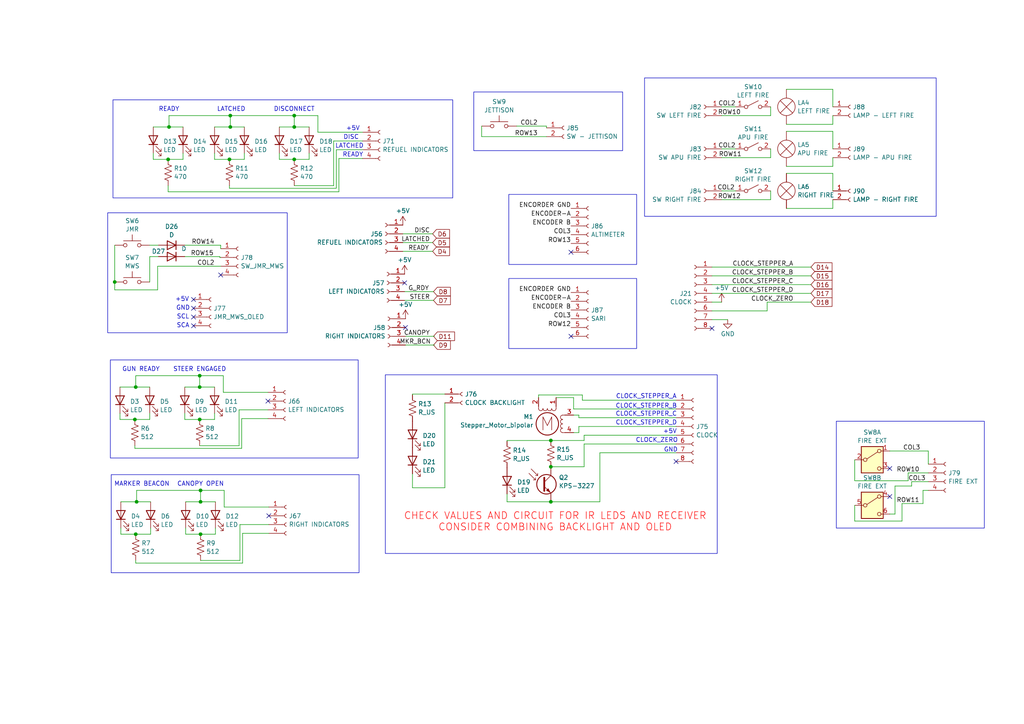
<source format=kicad_sch>
(kicad_sch (version 20231120) (generator "eeschema") (generator_version "8.0")
  (paper "A4")
  (lib_symbols
    (symbol "Connector:Conn_01x02_Socket" (pin_names (offset 1.016) hide)
      (property "Reference" "J" (at 0 2.54 0))
      (property "Value" "Conn_01x02_Socket" (at 0 -5.08 0))
      (symbol "Conn_01x02_Socket_1_1"
        (arc (start 0 -2.032) (mid -0.5058 -2.54) (end 0 -3.048) (stroke (width 0.1524)))
        (polyline (pts (xy -1.27 -2.54) (xy -0.508 -2.54)) (stroke (width 0.1524)))
        (polyline (pts (xy -1.27 0) (xy -0.508 0)) (stroke (width 0.1524)))
        (arc (start 0 0.508) (mid -0.5058 0) (end 0 -0.508) (stroke (width 0.1524)))
        (pin passive line (at -5.08 0 0) (length 3.81) (name "Pin_1") (number "1"))
        (pin passive line (at -5.08 -2.54 0) (length 3.81) (name "Pin_2") (number "2"))
      )
    )
    (symbol "Connector:Conn_01x04_Socket" (pin_names (offset 1.016) hide)
      (property "Reference" "J" (at 0 5.08 0))
      (property "Value" "Conn_01x04_Socket" (at 0 -7.62 0))
      (symbol "Conn_01x04_Socket_1_1"
        (arc (start 0 -4.572) (mid -0.5058 -5.08) (end 0 -5.588) (stroke (width 0.1524)))
        (arc (start 0 -2.032) (mid -0.5058 -2.54) (end 0 -3.048) (stroke (width 0.1524)))
        (polyline (pts (xy -1.27 -5.08) (xy -0.508 -5.08)) (stroke (width 0.1524)))
        (polyline (pts (xy -1.27 -2.54) (xy -0.508 -2.54)) (stroke (width 0.1524)))
        (polyline (pts (xy -1.27 0) (xy -0.508 0)) (stroke (width 0.1524)))
        (polyline (pts (xy -1.27 2.54) (xy -0.508 2.54)) (stroke (width 0.1524)))
        (arc (start 0 0.508) (mid -0.5058 0) (end 0 -0.508) (stroke (width 0.1524)))
        (arc (start 0 3.048) (mid -0.5058 2.54) (end 0 2.032) (stroke (width 0.1524)))
        (pin passive line (at -5.08 2.54 0) (length 3.81) (name "Pin_1") (number "1"))
        (pin passive line (at -5.08 0 0) (length 3.81) (name "Pin_2") (number "2"))
        (pin passive line (at -5.08 -2.54 0) (length 3.81) (name "Pin_3") (number "3"))
        (pin passive line (at -5.08 -5.08 0) (length 3.81) (name "Pin_4") (number "4"))
      )
    )
    (symbol "Connector:Conn_01x06_Female" (pin_names (offset 1.016) hide)
      (property "Reference" "J" (at 0 7.62 0))
      (property "Value" "Conn_01x06_Female" (at 0 -10.16 0))
      (symbol "Conn_01x06_Female_1_1"
        (arc (start 0 -7.112) (mid -0.5058 -7.62) (end 0 -8.128) (stroke (width 0.1524)))
        (arc (start 0 -4.572) (mid -0.5058 -5.08) (end 0 -5.588) (stroke (width 0.1524)))
        (arc (start 0 -2.032) (mid -0.5058 -2.54) (end 0 -3.048) (stroke (width 0.1524)))
        (polyline (pts (xy -1.27 -7.62) (xy -0.508 -7.62)) (stroke (width 0.1524)))
        (polyline (pts (xy -1.27 -5.08) (xy -0.508 -5.08)) (stroke (width 0.1524)))
        (polyline (pts (xy -1.27 -2.54) (xy -0.508 -2.54)) (stroke (width 0.1524)))
        (polyline (pts (xy -1.27 0) (xy -0.508 0)) (stroke (width 0.1524)))
        (polyline (pts (xy -1.27 2.54) (xy -0.508 2.54)) (stroke (width 0.1524)))
        (polyline (pts (xy -1.27 5.08) (xy -0.508 5.08)) (stroke (width 0.1524)))
        (arc (start 0 0.508) (mid -0.5058 0) (end 0 -0.508) (stroke (width 0.1524)))
        (arc (start 0 3.048) (mid -0.5058 2.54) (end 0 2.032) (stroke (width 0.1524)))
        (arc (start 0 5.588) (mid -0.5058 5.08) (end 0 4.572) (stroke (width 0.1524)))
        (pin passive line (at -5.08 5.08 0) (length 3.81) (name "Pin_1") (number "1"))
        (pin passive line (at -5.08 2.54 0) (length 3.81) (name "Pin_2") (number "2"))
        (pin passive line (at -5.08 0 0) (length 3.81) (name "Pin_3") (number "3"))
        (pin passive line (at -5.08 -2.54 0) (length 3.81) (name "Pin_4") (number "4"))
        (pin passive line (at -5.08 -5.08 0) (length 3.81) (name "Pin_5") (number "5"))
        (pin passive line (at -5.08 -7.62 0) (length 3.81) (name "Pin_6") (number "6"))
      )
    )
    (symbol "Connector:Conn_01x08_Socket" (pin_names (offset 1.016) hide)
      (property "Reference" "J" (at 0 10.16 0))
      (property "Value" "Conn_01x08_Socket" (at 0 -12.7 0))
      (symbol "Conn_01x08_Socket_1_1"
        (arc (start 0 -9.652) (mid -0.5058 -10.16) (end 0 -10.668) (stroke (width 0.1524)))
        (arc (start 0 -7.112) (mid -0.5058 -7.62) (end 0 -8.128) (stroke (width 0.1524)))
        (arc (start 0 -4.572) (mid -0.5058 -5.08) (end 0 -5.588) (stroke (width 0.1524)))
        (arc (start 0 -2.032) (mid -0.5058 -2.54) (end 0 -3.048) (stroke (width 0.1524)))
        (polyline (pts (xy -1.27 -10.16) (xy -0.508 -10.16)) (stroke (width 0.1524)))
        (polyline (pts (xy -1.27 -7.62) (xy -0.508 -7.62)) (stroke (width 0.1524)))
        (polyline (pts (xy -1.27 -5.08) (xy -0.508 -5.08)) (stroke (width 0.1524)))
        (polyline (pts (xy -1.27 -2.54) (xy -0.508 -2.54)) (stroke (width 0.1524)))
        (polyline (pts (xy -1.27 0) (xy -0.508 0)) (stroke (width 0.1524)))
        (polyline (pts (xy -1.27 2.54) (xy -0.508 2.54)) (stroke (width 0.1524)))
        (polyline (pts (xy -1.27 5.08) (xy -0.508 5.08)) (stroke (width 0.1524)))
        (polyline (pts (xy -1.27 7.62) (xy -0.508 7.62)) (stroke (width 0.1524)))
        (arc (start 0 0.508) (mid -0.5058 0) (end 0 -0.508) (stroke (width 0.1524)))
        (arc (start 0 3.048) (mid -0.5058 2.54) (end 0 2.032) (stroke (width 0.1524)))
        (arc (start 0 5.588) (mid -0.5058 5.08) (end 0 4.572) (stroke (width 0.1524)))
        (arc (start 0 8.128) (mid -0.5058 7.62) (end 0 7.112) (stroke (width 0.1524)))
        (pin passive line (at -5.08 7.62 0) (length 3.81) (name "Pin_1") (number "1"))
        (pin passive line (at -5.08 5.08 0) (length 3.81) (name "Pin_2") (number "2"))
        (pin passive line (at -5.08 2.54 0) (length 3.81) (name "Pin_3") (number "3"))
        (pin passive line (at -5.08 0 0) (length 3.81) (name "Pin_4") (number "4"))
        (pin passive line (at -5.08 -2.54 0) (length 3.81) (name "Pin_5") (number "5"))
        (pin passive line (at -5.08 -5.08 0) (length 3.81) (name "Pin_6") (number "6"))
        (pin passive line (at -5.08 -7.62 0) (length 3.81) (name "Pin_7") (number "7"))
        (pin passive line (at -5.08 -10.16 0) (length 3.81) (name "Pin_8") (number "8"))
      )
    )
    (symbol "Device:D" (pin_numbers hide) (pin_names (offset 1.016) hide)
      (property "Reference" "D" (at 0 2.54 0))
      (property "Value" "D" (at 0 -2.54 0))
      (symbol "D_0_1"
        (polyline (pts (xy -1.27 1.27) (xy -1.27 -1.27)) (stroke (width 0.254)))
        (polyline (pts (xy 1.27 0) (xy -1.27 0)))
        (polyline (pts (xy 1.27 1.27) (xy 1.27 -1.27) (xy -1.27 0) (xy 1.27 1.27)) (stroke (width 0.254)))
      )
      (symbol "D_1_1"
        (pin passive line (at -3.81 0 0) (length 2.54) (name "K") (number "1"))
        (pin passive line (at 3.81 0 180) (length 2.54) (name "A") (number "2"))
      )
    )
    (symbol "Device:LED" (pin_numbers hide) (pin_names (offset 1.016) hide)
      (property "Reference" "D" (at 0 2.54 0))
      (property "Value" "LED" (at 0 -2.54 0))
      (symbol "LED_0_1"
        (polyline (pts (xy -1.27 -1.27) (xy -1.27 1.27)) (stroke (width 0.254)))
        (polyline (pts (xy -1.27 0) (xy 1.27 0)))
        (polyline (pts (xy 1.27 -1.27) (xy 1.27 1.27) (xy -1.27 0) (xy 1.27 -1.27)) (stroke (width 0.254)))
        (polyline (pts (xy -3.048 -0.762) (xy -4.572 -2.286) (xy -3.81 -2.286) (xy -4.572 -2.286) (xy -4.572 -1.524)))
        (polyline (pts (xy -1.778 -0.762) (xy -3.302 -2.286) (xy -2.54 -2.286) (xy -3.302 -2.286) (xy -3.302 -1.524)))
      )
      (symbol "LED_1_1"
        (pin passive line (at -3.81 0 0) (length 2.54) (name "K") (number "1"))
        (pin passive line (at 3.81 0 180) (length 2.54) (name "A") (number "2"))
      )
    )
    (symbol "Device:Lamp" (pin_numbers hide) (pin_names (offset 0.0254) hide)
      (property "Reference" "LA" (at 0.635 3.81 0))
      (property "Value" "Lamp" (at 0.635 -3.81 0))
      (symbol "Lamp_0_1"
        (polyline (pts (xy -1.778 1.778) (xy 1.778 -1.778)))
        (polyline (pts (xy 1.778 1.778) (xy -1.778 -1.778)))
        (circle (center 0 0) (radius 2.54))
      )
      (symbol "Lamp_1_1"
        (pin passive line (at 0 -5.08 90) (length 2.54) (name "-") (number "1"))
        (pin passive line (at 0 5.08 270) (length 2.54) (name "+") (number "2"))
      )
    )
    (symbol "Device:R_US" (pin_numbers hide) (pin_names (offset 0))
      (property "Reference" "R" (at 2.54 0 90))
      (property "Value" "R_US" (at -2.54 0 90))
      (symbol "R_US_0_1"
        (polyline (pts (xy 0 -2.286) (xy 0 -2.54)))
        (polyline (pts (xy 0 2.286) (xy 0 2.54)))
        (polyline (pts (xy 0 -0.762) (xy 1.016 -1.143) (xy 0 -1.524) (xy -1.016 -1.905) (xy 0 -2.286)))
        (polyline (pts (xy 0 0.762) (xy 1.016 0.381) (xy 0 0) (xy -1.016 -0.381) (xy 0 -0.762)))
        (polyline (pts (xy 0 2.286) (xy 1.016 1.905) (xy 0 1.524) (xy -1.016 1.143) (xy 0 0.762)))
      )
      (symbol "R_US_1_1"
        (pin passive line (at 0 3.81 270) (length 1.27) (name "~") (number "1"))
        (pin passive line (at 0 -3.81 90) (length 1.27) (name "~") (number "2"))
      )
    )
    (symbol "Motor:Stepper_Motor_bipolar" (pin_names (offset 0) hide)
      (property "Reference" "M" (at 3.81 2.54 0))
      (property "Value" "Stepper_Motor_bipolar" (at 3.81 1.27 0))
      (symbol "Stepper_Motor_bipolar_0_0"
        (polyline (pts (xy -1.27 -1.778) (xy -1.27 2.032) (xy 0 -0.508) (xy 1.27 2.032) (xy 1.27 -1.778)))
      )
      (symbol "Stepper_Motor_bipolar_0_1"
        (arc (start -4.445 -2.54) (mid -3.8127 -1.905) (end -4.445 -1.27))
        (arc (start -4.445 -1.27) (mid -3.8127 -0.635) (end -4.445 0))
        (arc (start -4.445 0) (mid -3.8127 0.635) (end -4.445 1.27))
        (arc (start -4.445 1.27) (mid -3.8127 1.905) (end -4.445 2.54))
        (arc (start -2.54 4.445) (mid -1.905 3.8127) (end -1.27 4.445))
        (arc (start -1.27 4.445) (mid -0.635 3.8127) (end 0 4.445))
        (polyline (pts (xy -5.08 -2.54) (xy -4.445 -2.54)))
        (polyline (pts (xy -5.08 2.54) (xy -4.445 2.54)))
        (polyline (pts (xy -2.54 5.08) (xy -2.54 4.445)))
        (polyline (pts (xy 2.54 5.08) (xy 2.54 4.445)))
        (circle (center 0 0) (radius 3.2512) (stroke (width 0.254)))
        (arc (start 0 4.445) (mid 0.635 3.8127) (end 1.27 4.445))
        (arc (start 1.27 4.445) (mid 1.905 3.8127) (end 2.54 4.445))
      )
      (symbol "Stepper_Motor_bipolar_1_1"
        (pin passive line (at -2.54 7.62 270) (length 2.54) (name "~") (number "1"))
        (pin passive line (at 2.54 7.62 270) (length 2.54) (name "-") (number "2"))
        (pin passive line (at -7.62 2.54 0) (length 2.54) (name "~") (number "3"))
        (pin passive line (at -7.62 -2.54 0) (length 2.54) (name "~") (number "4"))
      )
    )
    (symbol "Sensor_Optical:KPS-3227" (pin_numbers hide)
      (property "Reference" "Q" (at 3.81 1.27 0))
      (property "Value" "KPS-3227" (at 7.62 -1.27 0))
      (symbol "KPS-3227_1_1"
        (circle (center -1.27 0) (radius 2.8194) (stroke (width 0.254)))
        (polyline (pts (xy -4.445 1.27) (xy -5.08 1.27)))
        (polyline (pts (xy -3.81 2.54) (xy -4.445 2.54)))
        (polyline (pts (xy -1.905 0.635) (xy 0 2.54)))
        (polyline (pts (xy -6.35 3.175) (xy -4.445 1.27) (xy -4.445 1.905)))
        (polyline (pts (xy -5.715 4.445) (xy -3.81 2.54) (xy -3.81 3.175)))
        (polyline (pts (xy -1.905 -0.635) (xy 0 -2.54) (xy 0 -2.54)))
        (polyline (pts (xy -1.905 1.905) (xy -1.905 -1.905) (xy -1.905 -1.905)) (stroke (width 0.508)))
        (polyline (pts (xy -1.27 -1.778) (xy -0.762 -1.27) (xy -0.254 -2.286) (xy -1.27 -1.778) (xy -1.27 -1.778)) (fill (type outline)))
        (pin passive line (at 0 5.08 270) (length 2.54) (name "~") (number "1"))
        (pin passive line (at 0 -5.08 90) (length 2.54) (name "~") (number "2"))
        (pin passive line (at 0 5.08 270) (length 2.54) hide (name "~") (number "3"))
        (pin passive line (at 0 -5.08 90) (length 2.54) hide (name "~") (number "4"))
      )
    )
    (symbol "Switch:SW_DPDT_x2" (pin_names (offset 0) hide)
      (property "Reference" "SW" (at 0 5.08 0))
      (property "Value" "SW_DPDT_x2" (at 0 -5.08 0))
      (symbol "SW_DPDT_x2_0_0"
        (circle (center -2.032 0) (radius 0.508))
        (circle (center 2.032 -2.54) (radius 0.508))
      )
      (symbol "SW_DPDT_x2_0_1"
        (rectangle (start -3.175 3.81) (end 3.175 -3.81) (stroke (width 0.254)) (fill (type background)))
        (polyline (pts (xy -1.524 0.254) (xy 1.5748 2.286)))
        (circle (center 2.032 2.54) (radius 0.508))
      )
      (symbol "SW_DPDT_x2_1_1"
        (pin passive line (at 5.08 2.54 180) (length 2.54) (name "A") (number "1"))
        (pin passive line (at -5.08 0 0) (length 2.54) (name "B") (number "2"))
        (pin passive line (at 5.08 -2.54 180) (length 2.54) (name "C") (number "3"))
      )
      (symbol "SW_DPDT_x2_2_1"
        (pin passive line (at 5.08 2.54 180) (length 2.54) (name "A") (number "4"))
        (pin passive line (at -5.08 0 0) (length 2.54) (name "B") (number "5"))
        (pin passive line (at 5.08 -2.54 180) (length 2.54) (name "C") (number "6"))
      )
    )
    (symbol "Switch:SW_Push" (pin_numbers hide) (pin_names (offset 1.016) hide)
      (property "Reference" "SW" (at 1.27 2.54 0))
      (property "Value" "SW_Push" (at 0 -1.524 0))
      (symbol "SW_Push_0_1"
        (circle (center -2.032 0) (radius 0.508))
        (polyline (pts (xy 0 1.27) (xy 0 3.048)))
        (polyline (pts (xy 2.54 1.27) (xy -2.54 1.27)))
        (circle (center 2.032 0) (radius 0.508))
        (pin passive line (at -5.08 0 0) (length 2.54) (name "1") (number "1"))
        (pin passive line (at 5.08 0 180) (length 2.54) (name "2") (number "2"))
      )
    )
    (symbol "Switch:SW_SPST" (pin_names (offset 0) hide)
      (property "Reference" "SW" (at 0 3.175 0))
      (property "Value" "SW_SPST" (at 0 -2.54 0))
      (symbol "SW_SPST_0_0"
        (circle (center -2.032 0) (radius 0.508))
        (polyline (pts (xy -1.524 0.254) (xy 1.524 1.778)))
        (circle (center 2.032 0) (radius 0.508))
      )
      (symbol "SW_SPST_1_1"
        (pin passive line (at -5.08 0 0) (length 2.54) (name "A") (number "1"))
        (pin passive line (at 5.08 0 180) (length 2.54) (name "B") (number "2"))
      )
    )
    (symbol "power:+5V" (power) (pin_numbers hide) (pin_names (offset 0) hide)
      (property "Value" "+5V" (at 0 3.556 0))
      (symbol "+5V_0_1"
        (polyline (pts (xy -0.762 1.27) (xy 0 2.54)))
        (polyline (pts (xy 0 0) (xy 0 2.54)))
        (polyline (pts (xy 0 2.54) (xy 0.762 1.27)))
      )
      (symbol "+5V_1_1"
        (pin power_in line (at 0 0 90) (length 0) (name "~") (number "1"))
      )
    )
    (symbol "power:GND" (power) (pin_numbers hide) (pin_names (offset 0) hide)
      (property "Value" "GND" (at 0 -3.81 0))
      (symbol "GND_0_1"
        (polyline (pts (xy 0 0) (xy 0 -1.27) (xy 1.27 -1.27) (xy 0 -2.54) (xy -1.27 -1.27) (xy 0 -1.27)))
      )
      (symbol "GND_1_1"
        (pin power_in line (at 0 0 270) (length 0) (name "~") (number "1"))
      )
    )
  )
  (junction (at 33.274 81.788))
  (junction (at 57.912 108.966))
  (junction (at 66.548 46.228))
  (junction (at 39.624 145.542))
  (junction (at 66.802 33.528))
  (junction (at 58.166 145.542))
  (junction (at 57.912 121.666))
  (junction (at 58.166 142.24))
  (junction (at 159.766 135.382))
  (junction (at 39.37 112.268))
  (junction (at 49.022 36.83))
  (junction (at 159.766 145.542))
  (junction (at 159.766 127.762))
  (junction (at 85.344 36.83))
  (junction (at 48.768 46.228))
  (junction (at 57.912 112.268))
  (junction (at 85.344 46.228))
  (junction (at 39.37 154.94))
  (junction (at 85.344 33.528))
  (junction (at 58.166 154.94))
  (junction (at 66.802 36.83))
  (junction (at 39.116 121.666))
  (no_connect (at 56.134 94.488))
  (no_connect (at 77.724 116.332))
  (no_connect (at 64.008 79.756))
  (no_connect (at 165.608 73.152))
  (no_connect (at 206.502 95.25))
  (no_connect (at 117.602 94.996))
  (no_connect (at 56.134 89.408))
  (no_connect (at 196.088 133.858))
  (no_connect (at 258.064 144.018))
  (no_connect (at 165.608 97.536))
  (no_connect (at 56.134 91.948))
  (no_connect (at 258.064 135.89))
  (no_connect (at 77.978 149.606))
  (no_connect (at 117.348 82.042))
  (no_connect (at 56.134 86.868))
  (wire (pts (xy 119.634 114.3) (xy 119.634 114.554)))
  (wire (pts (xy 98.298 55.626) (xy 48.768 55.626)))
  (wire (pts (xy 228.092 50.292) (xy 241.554 50.292)))
  (wire (pts (xy 34.798 112.268) (xy 39.37 112.268)))
  (wire (pts (xy 92.202 33.528) (xy 85.344 33.528)))
  (wire (pts (xy 85.344 46.228) (xy 81.026 46.228)))
  (wire (pts (xy 264.414 139.7) (xy 269.24 139.7)))
  (wire (pts (xy 49.022 33.528) (xy 66.802 33.528)))
  (wire (pts (xy 70.104 130.048) (xy 39.116 130.048)))
  (wire (pts (xy 241.554 60.452) (xy 241.554 57.912)))
  (wire (pts (xy 116.84 72.898) (xy 125.476 72.898)))
  (wire (pts (xy 63.754 74.676) (xy 63.754 74.422)))
  (wire (pts (xy 35.052 154.94) (xy 35.052 153.162)))
  (wire (pts (xy 168.91 114.554) (xy 168.91 116.078)))
  (wire (pts (xy 49.022 36.83) (xy 53.086 36.83)))
  (wire (pts (xy 43.434 121.666) (xy 39.116 121.666)))
  (wire (pts (xy 267.716 142.24) (xy 269.24 142.24)))
  (wire (pts (xy 116.84 67.818) (xy 125.476 67.818)))
  (wire (pts (xy 43.688 153.162) (xy 43.688 154.94)))
  (wire (pts (xy 261.62 151.13) (xy 261.62 146.05)))
  (wire (pts (xy 43.434 74.422) (xy 45.974 74.422)))
  (wire (pts (xy 33.274 84.074) (xy 45.72 84.074)))
  (wire (pts (xy 62.23 36.83) (xy 66.802 36.83)))
  (wire (pts (xy 58.166 142.24) (xy 39.624 142.24)))
  (wire (pts (xy 39.624 145.542) (xy 43.688 145.542)))
  (wire (pts (xy 77.724 121.412) (xy 70.104 121.412)))
  (wire (pts (xy 222.504 87.63) (xy 235.204 87.63)))
  (wire (pts (xy 166.37 120.396) (xy 167.894 120.396)))
  (wire (pts (xy 69.342 129.286) (xy 57.912 129.286)))
  (wire (pts (xy 259.588 140.97) (xy 264.414 140.97)))
  (wire (pts (xy 147.066 145.542) (xy 147.066 143.256)))
  (wire (pts (xy 228.092 25.908) (xy 241.554 25.908)))
  (wire (pts (xy 57.912 112.268) (xy 62.23 112.268)))
  (wire (pts (xy 129.032 116.84) (xy 129.032 141.478)))
  (wire (pts (xy 159.766 127.762) (xy 169.418 127.762)))
  (wire (pts (xy 70.358 163.322) (xy 39.37 163.322)))
  (wire (pts (xy 206.502 77.47) (xy 235.204 77.47)))
  (wire (pts (xy 48.768 46.228) (xy 44.45 46.228)))
  (wire (pts (xy 97.536 54.61) (xy 66.548 54.61)))
  (wire (pts (xy 48.768 53.848) (xy 48.768 55.626)))
  (wire (pts (xy 89.662 46.228) (xy 85.344 46.228)))
  (wire (pts (xy 49.022 33.528) (xy 49.022 36.83)))
  (wire (pts (xy 105.156 40.894) (xy 96.774 40.894)))
  (wire (pts (xy 57.912 108.966) (xy 57.912 112.268)))
  (wire (pts (xy 62.23 46.228) (xy 62.23 44.45)))
  (wire (pts (xy 45.72 77.216) (xy 64.008 77.216)))
  (wire (pts (xy 64.77 113.792) (xy 64.77 108.966)))
  (wire (pts (xy 223.52 55.372) (xy 223.52 57.912)))
  (wire (pts (xy 159.766 145.542) (xy 147.066 145.542)))
  (wire (pts (xy 156.21 115.316) (xy 156.21 114.554)))
  (wire (pts (xy 53.086 46.228) (xy 48.768 46.228)))
  (wire (pts (xy 44.45 36.83) (xy 49.022 36.83)))
  (wire (pts (xy 62.23 121.666) (xy 57.912 121.666)))
  (wire (pts (xy 43.434 119.888) (xy 43.434 121.666)))
  (wire (pts (xy 85.344 36.83) (xy 89.662 36.83)))
  (wire (pts (xy 209.296 55.372) (xy 213.36 55.372)))
  (wire (pts (xy 196.088 126.238) (xy 169.418 126.238)))
  (wire (pts (xy 39.624 142.24) (xy 39.624 145.542)))
  (wire (pts (xy 57.912 108.966) (xy 39.37 108.966)))
  (wire (pts (xy 53.594 121.666) (xy 53.594 119.888)))
  (wire (pts (xy 156.21 114.554) (xy 168.91 114.554)))
  (wire (pts (xy 206.502 85.09) (xy 235.204 85.09)))
  (wire (pts (xy 264.414 140.97) (xy 264.414 139.7)))
  (wire (pts (xy 206.502 80.01) (xy 235.204 80.01)))
  (wire (pts (xy 70.866 44.45) (xy 70.866 46.228)))
  (wire (pts (xy 139.7 39.624) (xy 158.496 39.624)))
  (wire (pts (xy 69.596 152.146) (xy 69.596 162.56)))
  (wire (pts (xy 63.754 74.422) (xy 53.594 74.422)))
  (wire (pts (xy 167.894 120.396) (xy 167.894 121.158)))
  (wire (pts (xy 168.91 116.078) (xy 196.088 116.078)))
  (wire (pts (xy 77.724 118.872) (xy 69.342 118.872)))
  (wire (pts (xy 169.418 135.382) (xy 159.766 135.382)))
  (wire (pts (xy 228.092 36.068) (xy 241.554 36.068)))
  (wire (pts (xy 158.496 36.576) (xy 158.496 37.084)))
  (wire (pts (xy 159.766 127.762) (xy 147.066 127.762)))
  (wire (pts (xy 173.99 131.318) (xy 173.99 145.542)))
  (wire (pts (xy 65.024 147.066) (xy 65.024 142.24)))
  (wire (pts (xy 39.37 163.322) (xy 39.37 162.56)))
  (wire (pts (xy 167.894 123.698) (xy 196.088 123.698)))
  (wire (pts (xy 105.156 38.354) (xy 92.202 38.354)))
  (wire (pts (xy 53.594 112.268) (xy 57.912 112.268)))
  (wire (pts (xy 58.166 154.94) (xy 53.848 154.94)))
  (wire (pts (xy 166.37 125.476) (xy 167.894 125.476)))
  (wire (pts (xy 117.348 84.582) (xy 125.73 84.582)))
  (wire (pts (xy 166.37 118.618) (xy 196.088 118.618)))
  (wire (pts (xy 35.052 145.542) (xy 39.624 145.542)))
  (wire (pts (xy 92.202 38.354) (xy 92.202 33.528)))
  (wire (pts (xy 241.554 48.26) (xy 241.554 45.72)))
  (wire (pts (xy 223.52 43.18) (xy 223.52 45.72)))
  (wire (pts (xy 247.904 139.446) (xy 263.398 139.446)))
  (wire (pts (xy 223.52 57.912) (xy 209.296 57.912)))
  (wire (pts (xy 206.502 82.55) (xy 235.204 82.55)))
  (wire (pts (xy 117.602 100.076) (xy 125.984 100.076)))
  (wire (pts (xy 269.24 130.81) (xy 269.24 134.62)))
  (wire (pts (xy 43.434 71.12) (xy 45.974 71.12)))
  (wire (pts (xy 169.418 128.778) (xy 169.418 135.382)))
  (wire (pts (xy 241.554 36.068) (xy 241.554 33.528)))
  (wire (pts (xy 62.484 154.94) (xy 58.166 154.94)))
  (wire (pts (xy 129.032 114.3) (xy 119.634 114.3)))
  (wire (pts (xy 105.156 45.974) (xy 98.298 45.974)))
  (wire (pts (xy 247.904 146.558) (xy 247.904 151.13)))
  (wire (pts (xy 228.092 38.1) (xy 241.554 38.1)))
  (wire (pts (xy 62.23 119.888) (xy 62.23 121.666)))
  (wire (pts (xy 53.848 145.542) (xy 58.166 145.542)))
  (wire (pts (xy 267.716 146.05) (xy 267.716 142.24)))
  (wire (pts (xy 77.978 154.686) (xy 70.358 154.686)))
  (wire (pts (xy 247.904 151.13) (xy 261.62 151.13)))
  (wire (pts (xy 58.166 145.542) (xy 62.484 145.542)))
  (wire (pts (xy 149.86 36.576) (xy 158.496 36.576)))
  (wire (pts (xy 45.72 84.074) (xy 45.72 77.216)))
  (wire (pts (xy 258.064 149.098) (xy 259.588 149.098)))
  (wire (pts (xy 64.77 108.966) (xy 57.912 108.966)))
  (wire (pts (xy 39.37 108.966) (xy 39.37 112.268)))
  (wire (pts (xy 66.548 54.61) (xy 66.548 53.848)))
  (wire (pts (xy 70.358 154.686) (xy 70.358 163.322)))
  (wire (pts (xy 97.536 43.434) (xy 105.156 43.434)))
  (wire (pts (xy 263.398 137.16) (xy 269.24 137.16)))
  (wire (pts (xy 77.724 113.792) (xy 64.77 113.792)))
  (wire (pts (xy 263.398 139.446) (xy 263.398 137.16)))
  (wire (pts (xy 223.52 45.72) (xy 209.296 45.72)))
  (wire (pts (xy 223.52 30.988) (xy 223.52 33.528)))
  (wire (pts (xy 241.554 38.1) (xy 241.554 43.18)))
  (wire (pts (xy 66.548 46.228) (xy 62.23 46.228)))
  (wire (pts (xy 53.848 154.94) (xy 53.848 153.162)))
  (wire (pts (xy 89.662 44.45) (xy 89.662 46.228)))
  (wire (pts (xy 241.554 25.908) (xy 241.554 30.988)))
  (wire (pts (xy 117.602 97.536) (xy 125.984 97.536)))
  (wire (pts (xy 261.62 146.05) (xy 267.716 146.05)))
  (wire (pts (xy 119.634 141.478) (xy 119.634 137.414)))
  (wire (pts (xy 247.904 133.35) (xy 247.904 139.446)))
  (wire (pts (xy 66.802 33.528) (xy 66.802 36.83)))
  (wire (pts (xy 39.37 112.268) (xy 43.434 112.268)))
  (wire (pts (xy 259.588 149.098) (xy 259.588 140.97)))
  (wire (pts (xy 70.104 121.412) (xy 70.104 130.048)))
  (wire (pts (xy 147.066 127.762) (xy 147.066 128.016)))
  (wire (pts (xy 39.116 121.666) (xy 34.798 121.666)))
  (wire (pts (xy 57.912 121.666) (xy 53.594 121.666)))
  (wire (pts (xy 81.026 36.83) (xy 85.344 36.83)))
  (wire (pts (xy 34.798 121.666) (xy 34.798 119.888)))
  (wire (pts (xy 63.754 74.676) (xy 64.008 74.676)))
  (wire (pts (xy 169.418 126.238) (xy 169.418 127.762)))
  (wire (pts (xy 81.026 46.228) (xy 81.026 44.45)))
  (wire (pts (xy 116.84 70.358) (xy 125.476 70.358)))
  (wire (pts (xy 64.008 71.12) (xy 64.008 72.136)))
  (wire (pts (xy 70.866 46.228) (xy 66.548 46.228)))
  (wire (pts (xy 43.688 154.94) (xy 39.37 154.94)))
  (wire (pts (xy 77.978 152.146) (xy 69.596 152.146)))
  (wire (pts (xy 69.596 162.56) (xy 58.166 162.56)))
  (wire (pts (xy 228.092 48.26) (xy 241.554 48.26)))
  (wire (pts (xy 69.342 118.872) (xy 69.342 129.286)))
  (wire (pts (xy 167.894 125.476) (xy 167.894 123.698)))
  (wire (pts (xy 43.434 81.788) (xy 43.434 74.422)))
  (wire (pts (xy 258.064 130.81) (xy 269.24 130.81)))
  (wire (pts (xy 96.774 40.894) (xy 96.774 53.848)))
  (wire (pts (xy 98.298 45.974) (xy 98.298 55.626)))
  (wire (pts (xy 66.802 36.83) (xy 70.866 36.83)))
  (wire (pts (xy 96.774 53.848) (xy 85.344 53.848)))
  (wire (pts (xy 85.344 33.528) (xy 85.344 36.83)))
  (wire (pts (xy 222.504 87.63) (xy 222.504 90.17)))
  (wire (pts (xy 33.274 71.12) (xy 33.274 81.788)))
  (wire (pts (xy 139.7 39.624) (xy 139.7 36.576)))
  (wire (pts (xy 196.088 128.778) (xy 169.418 128.778)))
  (wire (pts (xy 167.894 121.158) (xy 196.088 121.158)))
  (wire (pts (xy 228.092 60.452) (xy 241.554 60.452)))
  (wire (pts (xy 223.52 33.528) (xy 209.296 33.528)))
  (wire (pts (xy 39.116 130.048) (xy 39.116 129.286)))
  (wire (pts (xy 209.296 30.988) (xy 213.36 30.988)))
  (wire (pts (xy 58.166 142.24) (xy 58.166 145.542)))
  (wire (pts (xy 206.502 87.63) (xy 209.296 87.63)))
  (wire (pts (xy 85.344 33.528) (xy 66.802 33.528)))
  (wire (pts (xy 97.536 43.434) (xy 97.536 54.61)))
  (wire (pts (xy 117.348 87.122) (xy 125.73 87.122)))
  (wire (pts (xy 129.032 141.478) (xy 119.634 141.478)))
  (wire (pts (xy 44.45 46.228) (xy 44.45 44.45)))
  (wire (pts (xy 53.086 44.45) (xy 53.086 46.228)))
  (wire (pts (xy 159.766 145.542) (xy 173.99 145.542)))
  (wire (pts (xy 62.484 153.162) (xy 62.484 154.94)))
  (wire (pts (xy 161.29 115.316) (xy 166.37 115.316)))
  (wire (pts (xy 53.594 71.12) (xy 64.008 71.12)))
  (wire (pts (xy 166.37 115.316) (xy 166.37 118.618)))
  (wire (pts (xy 65.024 142.24) (xy 58.166 142.24)))
  (wire (pts (xy 33.274 81.788) (xy 33.274 84.074)))
  (wire (pts (xy 77.978 147.066) (xy 65.024 147.066)))
  (wire (pts (xy 39.37 154.94) (xy 35.052 154.94)))
  (wire (pts (xy 222.504 90.17) (xy 206.502 90.17)))
  (wire (pts (xy 209.296 43.18) (xy 213.36 43.18)))
  (wire (pts (xy 241.554 50.292) (xy 241.554 55.372)))
  (wire (pts (xy 206.502 92.71) (xy 211.074 92.71)))
  (wire (pts (xy 196.088 131.318) (xy 173.99 131.318)))
  (rectangle (start 111.76 108.712) (end 208.026 160.528))
  (rectangle (start 32.258 137.668) (end 104.14 166.116))
  (rectangle (start 242.57 122.174) (end 285.496 153.162))
  (rectangle (start 147.574 80.772) (end 184.658 101.092))
  (rectangle (start 32.766 28.956) (end 131.318 57.404))
  (rectangle (start 147.574 56.388) (end 184.658 76.708))
  (rectangle (start 186.944 22.606) (end 271.526 62.738))
  (rectangle (start 32.004 104.394) (end 103.886 132.842))
  (rectangle (start 31.242 61.722) (end 83.312 96.52))
  (rectangle (start 137.414 26.67) (end 180.594 43.688))
  (text "GUN READY" (at 40.894 107.188 0) (effects (font (size 1.27 1.27))))
  (text "READY" (at 102.362 44.958 0) (effects (font (size 1.27 1.27))))
  (text "+5V" (at 102.362 37.338 0) (effects (font (size 1.27 1.27))))
  (text "CLOCK_STEPPER_A" (at 187.452 115.062 0) (effects (font (size 1.27 1.27))))
  (text "DISC" (at 101.854 39.878 0) (effects (font (size 1.27 1.27))))
  (text "CLOCK_STEPPER_C" (at 187.452 120.142 0) (effects (font (size 1.27 1.27))))
  (text "GND" (at 194.564 130.556 0) (effects (font (size 1.27 1.27))))
  (text "CLOCK_ZERO" (at 190.5 127.762 0) (effects (font (size 1.27 1.27))))
  (text "LATCHED" (at 101.346 42.418 0) (effects (font (size 1.27 1.27))))
  (text "CHECK VALUES AND CIRCUIT FOR IR LEDS AND RECEIVER\nCONSIDER COMBINING BACKLIGHT AND OLED" (at 161.036 151.384 0) (effects (font (size 2.032 2.032))))
  (text "+5V" (at 52.832 86.868 0) (effects (font (size 1.27 1.27))))
  (text "DISCONNECT" (at 85.344 31.75 0) (effects (font (size 1.27 1.27))))
  (text "LATCHED" (at 67.056 31.75 0) (effects (font (size 1.27 1.27))))
  (text "SCL" (at 53.086 91.948 0) (effects (font (size 1.27 1.27))))
  (text "GND" (at 53.086 89.408 0) (effects (font (size 1.27 1.27))))
  (text "SCA" (at 53.086 94.488 0) (effects (font (size 1.27 1.27))))
  (text "CLOCK_STEPPER_D" (at 187.452 122.682 0) (effects (font (size 1.27 1.27))))
  (text "READY" (at 49.022 31.75 0) (effects (font (size 1.27 1.27))))
  (text "CANOPY OPEN" (at 58.166 140.462 0) (effects (font (size 1.27 1.27))))
  (text "STEER ENGAGED" (at 57.912 107.188 0) (effects (font (size 1.27 1.27))))
  (text "+5V" (at 194.31 125.222 0) (effects (font (size 1.27 1.27))))
  (text "MARKER BEACON" (at 41.148 140.462 0) (effects (font (size 1.27 1.27))))
  (text "CLOCK_STEPPER_B" (at 187.452 117.856 0) (effects (font (size 1.27 1.27))))
  (label "COL2" (at 213.36 30.988 180))
  (label "COL3" (at 165.608 92.456 180))
  (label "ENCORDER GND" (at 165.608 84.836 180))
  (label "CLOCK_ZERO" (at 230.124 87.63 180))
  (label "CLOCK_STEPPER_D" (at 230.124 85.09 180))
  (label "CLOCK_STEPPER_A" (at 230.124 77.47 180))
  (label "CLOCK_STEPPER_B" (at 230.124 80.01 180))
  (label "DISC" (at 124.714 67.818 180))
  (label "ENCODER B" (at 165.608 89.916 180))
  (label "ROW14" (at 62.23 71.12 180))
  (label "ROW13" (at 155.956 39.624 180))
  (label "COL3" (at 266.954 130.81 180))
  (label "COL3" (at 165.608 68.072 180))
  (label "MKR_BCN" (at 124.968 100.076 180))
  (label "CANOPY" (at 124.714 97.536 180))
  (label "ENCODER B" (at 165.608 65.532 180))
  (label "ROW10" (at 266.7 137.16 180))
  (label "ENCORDER GND" (at 165.608 60.452 180))
  (label "COL3" (at 268.478 139.7 180))
  (label "ENCODER-A" (at 165.608 62.992 180))
  (label "G_RDY" (at 124.46 84.582 180))
  (label "ROW12" (at 214.884 57.912 180))
  (label "ROW11" (at 266.7 146.05 180))
  (label "ROW11" (at 215.138 45.72 180))
  (label "STEER" (at 124.714 87.122 180))
  (label "COL2" (at 155.956 36.576 180))
  (label "CLOCK_STEPPER_C" (at 230.124 82.55 180))
  (label "COL2" (at 213.36 43.18 180))
  (label "READY" (at 124.46 72.898 180))
  (label "ROW10" (at 214.884 33.528 180))
  (label "COL2" (at 213.106 55.372 180))
  (label "ENCODER-A" (at 165.608 87.376 180))
  (label "LATCHED" (at 124.714 70.358 180))
  (label "ROW12" (at 165.608 94.996 180))
  (label "ROW15" (at 61.976 74.422 180))
  (label "COL2" (at 62.23 77.216 180))
  (label "ROW13" (at 165.608 70.612 180))
  (global_label "D11" (shape input) (at 125.73 97.536 0) (property "Intersheetrefs" "${INTERSHEET_REFS}" (effects (hide yes))))
  (global_label "D4" (shape input) (at 125.476 72.898 0) (property "Intersheetrefs" "${INTERSHEET_REFS}" (effects (hide yes))))
  (global_label "D6" (shape input) (at 125.476 67.818 0) (property "Intersheetrefs" "${INTERSHEET_REFS}" (effects (hide yes))))
  (global_label "D8" (shape input) (at 125.73 84.582 0) (property "Intersheetrefs" "${INTERSHEET_REFS}" (effects (hide yes))))
  (global_label "D9" (shape input) (at 125.73 100.076 0) (property "Intersheetrefs" "${INTERSHEET_REFS}" (effects (hide yes))))
  (global_label "D7" (shape input) (at 125.73 87.122 0) (property "Intersheetrefs" "${INTERSHEET_REFS}" (effects (hide yes))))
  (global_label "D18" (shape input) (at 235.204 87.63 0) (property "Intersheetrefs" "${INTERSHEET_REFS}" (effects (hide yes))))
  (global_label "D17" (shape input) (at 235.204 85.09 0) (property "Intersheetrefs" "${INTERSHEET_REFS}" (effects (hide yes))))
  (global_label "D15" (shape input) (at 235.204 80.01 0) (property "Intersheetrefs" "${INTERSHEET_REFS}" (effects (hide yes))))
  (global_label "D14" (shape input) (at 235.204 77.47 0) (property "Intersheetrefs" "${INTERSHEET_REFS}" (effects (hide yes))))
  (global_label "D5" (shape input) (at 125.476 70.358 0) (property "Intersheetrefs" "${INTERSHEET_REFS}" (effects (hide yes))))
  (global_label "D16" (shape input) (at 235.204 82.55 0) (property "Intersheetrefs" "${INTERSHEET_REFS}" (effects (hide yes))))
  (symbol (lib_id "Device:R_US") (at 57.912 125.476 0) (unit 1) (in_bom no) (on_board no)
    (property "Reference" "R8" (at 59.563 124.2638 0) (effects (justify left)))
    (property "Value" "512" (at 59.563 126.6881 0) (effects (justify left)))
    (property "Description" "Resistor, US symbol" (effects (hide yes)))
  )
  (symbol (lib_id "Device:LED") (at 147.066 139.446 90) (unit 1) (in_bom no) (on_board no)
    (property "Reference" "D19" (at 149.987 139.8213 90) (effects (justify right)))
    (property "Value" "LED" (at 149.987 142.2456 90) (effects (justify right)))
    (property "Description" "Light emitting diode" (effects (hide yes)))
  )
  (symbol (lib_id "Device:R_US") (at 119.634 118.364 0) (unit 1) (in_bom no) (on_board no)
    (property "Reference" "R13" (at 121.285 117.1518 0) (effects (justify left)))
    (property "Value" "R_US" (at 121.285 119.5761 0) (effects (justify left)))
    (property "Description" "Resistor, US symbol" (effects (hide yes)))
  )
  (symbol (lib_id "Device:LED") (at 44.45 40.64 90) (unit 1) (in_bom no) (on_board no)
    (property "Reference" "D13" (at 47.371 41.0153 90) (effects (justify right)))
    (property "Value" "LED" (at 47.371 43.4396 90) (effects (justify right)))
    (property "Description" "Light emitting diode" (effects (hide yes)))
  )
  (symbol (lib_id "Device:Lamp") (at 228.092 43.18 0) (unit 1) (in_bom no) (on_board no)
    (property "Reference" "LA5" (at 231.267 41.9678 0) (effects (justify left)))
    (property "Value" "APU FIRE" (at 231.267 44.3921 0) (effects (justify left)))
    (property "Description" "Lamp" (effects (hide yes)))
  )
  (symbol (lib_id "Connector:Conn_01x04_Socket") (at 112.268 82.042 0) (mirror y) (unit 1)
    (property "Reference" "J57" (at 111.5568 82.0998 0) (effects (justify left)))
    (property "Value" "LEFT INDICATORS" (at 111.5568 84.5241 0) (effects (justify left)))
    (property "Footprint" "Connector_Molex:Molex_KK-254_AE-6410-04A_1x04_P2.54mm_Vertical" (effects (hide yes)))
    (property "Description" "Generic connector, single row, 01x04, script generated" (effects (hide yes)))
  )
  (symbol (lib_id "Connector:Conn_01x02_Socket") (at 163.576 37.084 0) (unit 1) (in_bom no) (on_board no)
    (property "Reference" "J85" (at 164.2872 37.1418 0) (effects (justify left)))
    (property "Value" "SW - JETTISON" (at 164.2872 39.5661 0) (effects (justify left)))
    (property "Description" "Generic connector, single row, 01x02, script generated" (effects (hide yes)))
  )
  (symbol (lib_id "Connector:Conn_01x02_Socket") (at 204.216 55.372 0) (mirror y) (unit 1) (in_bom no) (on_board no)
    (property "Reference" "J84" (at 203.5048 55.4298 0) (effects (justify left)))
    (property "Value" "SW RIGHT FIRE" (at 203.5048 57.8541 0) (effects (justify left)))
    (property "Description" "Generic connector, single row, 01x02, script generated" (effects (hide yes)))
  )
  (symbol (lib_id "Connector:Conn_01x04_Socket") (at 274.32 137.16 0) (unit 1) (in_bom no) (on_board no)
    (property "Reference" "J79" (at 275.0312 137.2178 0) (effects (justify left)))
    (property "Value" "FIRE EXT" (at 275.0312 139.6421 0) (effects (justify left)))
    (property "Footprint" "Connector_Molex:Molex_KK-254_AE-6410-04A_1x04_P2.54mm_Vertical" (effects (hide yes)))
    (property "Description" "Generic connector, single row, 01x04, script generated" (effects (hide yes)))
  )
  (symbol (lib_id "Connector:Conn_01x02_Socket") (at 246.634 43.18 0) (unit 1) (in_bom no) (on_board no)
    (property "Reference" "J89" (at 247.3452 43.2378 0) (effects (justify left)))
    (property "Value" "LAMP - APU FIRE" (at 247.3452 45.6621 0) (effects (justify left)))
    (property "Description" "Generic connector, single row, 01x02, script generated" (effects (hide yes)))
  )
  (symbol (lib_id "Device:Lamp") (at 228.092 55.372 0) (unit 1) (in_bom no) (on_board no)
    (property "Reference" "LA6" (at 231.267 54.1598 0) (effects (justify left)))
    (property "Value" "RIGHT FIRE" (at 231.267 56.5841 0) (effects (justify left)))
    (property "Description" "Lamp" (effects (hide yes)))
  )
  (symbol (lib_id "Device:R_US") (at 85.344 50.038 0) (unit 1) (in_bom no) (on_board no)
    (property "Reference" "R12" (at 86.995 48.8258 0) (effects (justify left)))
    (property "Value" "470" (at 86.995 51.2501 0) (effects (justify left)))
    (property "Description" "Resistor, US symbol" (effects (hide yes)))
  )
  (symbol (lib_id "Switch:SW_SPST") (at 218.44 30.988 0) (unit 1) (in_bom no) (on_board no)
    (property "Reference" "SW10" (at 218.44 25.1925 0))
    (property "Value" "LEFT FIRE" (at 218.44 27.6168 0))
    (property "Footprint" "Connector_Molex:Molex_KK-254_AE-6410-02A_1x02_P2.54mm_Vertical" (effects (hide yes)))
    (property "Description" "Single Pole Single Throw (SPST) switch" (effects (hide yes)))
  )
  (symbol (lib_id "Switch:SW_Push") (at 144.78 36.576 0) (unit 1) (in_bom no) (on_board no)
    (property "Reference" "SW9" (at 144.78 29.5105 0))
    (property "Value" "JETTISON" (at 144.78 31.9348 0))
    (property "Description" "Push button switch, generic, two pins" (effects (hide yes)))
  )
  (symbol (lib_id "Device:D") (at 49.784 71.12 180) (unit 1) (in_bom no) (on_board no)
    (property "Reference" "D26" (at 49.784 65.7055 0))
    (property "Value" "D" (at 49.784 68.1298 0))
    (property "Footprint" "Diode_THT:D_T-1_P5.08mm_Horizontal" (effects (hide yes)))
    (property "Description" "Diode" (effects (hide yes)))
    (property "Sim.Device" "D" (effects (hide yes)))
    (property "Sim.Pins" "1=K 2=A" (effects (hide yes)))
  )
  (symbol (lib_id "power:+5V") (at 117.348 79.502 0) (unit 1)
    (property "Reference" "#PWR020" (effects (hide yes)))
    (property "Value" "+5V" (at 117.348 75.3689 0))
    (property "Description" "Power symbol creates a global label with name \"+5V\"" (effects (hide yes)))
  )
  (symbol (lib_id "power:+5V") (at 117.602 92.456 0) (unit 1)
    (property "Reference" "#PWR021" (effects (hide yes)))
    (property "Value" "+5V" (at 117.602 88.3229 0))
    (property "Description" "Power symbol creates a global label with name \"+5V\"" (effects (hide yes)))
  )
  (symbol (lib_id "Sensor_Optical:KPS-3227") (at 159.766 140.462 0) (unit 1) (in_bom no) (on_board no)
    (property "Reference" "Q2" (at 162.0774 138.5005 0) (effects (justify left)))
    (property "Value" "KPS-3227" (at 162.0774 140.9248 0) (effects (justify left)))
    (property "Footprint" "OptoDevice:Kingbright_KPS-3227" (effects (hide yes)))
    (property "Datasheet" "https://www.kingbright.com/attachments/file/psearch/000/00/00/KPS-3227SP1C(Ver.16).pdf" (effects (hide yes)))
    (property "Description" "Ambient light NPN phototransistor, KPS-3227" (effects (hide yes)))
  )
  (symbol (lib_id "power:+5V") (at 116.84 65.278 0) (unit 1)
    (property "Reference" "#PWR017" (effects (hide yes)))
    (property "Value" "+5V" (at 116.84 61.1449 0))
    (property "Description" "Power symbol creates a global label with name \"+5V\"" (effects (hide yes)))
  )
  (symbol (lib_id "power:GND") (at 211.074 92.71 0) (unit 1)
    (property "Reference" "#PWR012" (effects (hide yes)))
    (property "Value" "GND" (at 211.074 96.8431 0))
    (property "Description" "Power symbol creates a global label with name \"GND\" , ground" (effects (hide yes)))
  )
  (symbol (lib_id "Switch:SW_DPDT_x2") (at 252.984 146.558 0) (unit 2) (in_bom no) (on_board no)
    (property "Reference" "SW8" (at 252.984 138.6035 0))
    (property "Value" "FIRE EXT" (at 252.984 141.0278 0))
    (property "Description" "Switch, dual pole double throw, separate symbols" (effects (hide yes)))
  )
  (symbol (lib_id "Device:R_US") (at 39.37 158.75 0) (unit 1) (in_bom no) (on_board no)
    (property "Reference" "R7" (at 41.021 157.5378 0) (effects (justify left)))
    (property "Value" "512" (at 41.021 159.9621 0) (effects (justify left)))
    (property "Description" "Resistor, US symbol" (effects (hide yes)))
  )
  (symbol (lib_id "Device:LED") (at 119.634 125.984 90) (unit 1) (in_bom no) (on_board no)
    (property "Reference" "D20" (at 122.555 126.3593 90) (effects (justify right)))
    (property "Value" "LED" (at 122.555 128.7836 90) (effects (justify right)))
    (property "Description" "Light emitting diode" (effects (hide yes)))
  )
  (symbol (lib_id "Device:R_US") (at 39.116 125.476 0) (unit 1) (in_bom no) (on_board no)
    (property "Reference" "R6" (at 40.767 124.2638 0) (effects (justify left)))
    (property "Value" "512" (at 40.767 126.6881 0) (effects (justify left)))
    (property "Description" "Resistor, US symbol" (effects (hide yes)))
  )
  (symbol (lib_id "Device:LED") (at 62.23 116.078 90) (unit 1) (in_bom no) (on_board no)
    (property "Reference" "D11" (at 65.151 116.4533 90) (effects (justify right)))
    (property "Value" "LED" (at 65.151 118.8776 90) (effects (justify right)))
    (property "Description" "Light emitting diode" (effects (hide yes)))
  )
  (symbol (lib_id "Connector:Conn_01x04_Socket") (at 83.058 149.606 0) (unit 1) (in_bom no) (on_board no)
    (property "Reference" "J67" (at 83.7692 149.6638 0) (effects (justify left)))
    (property "Value" "RIGHT INDICATORS" (at 83.7692 152.0881 0) (effects (justify left)))
    (property "Footprint" "Connector_Molex:Molex_KK-254_AE-6410-04A_1x04_P2.54mm_Vertical" (effects (hide yes)))
    (property "Description" "Generic connector, single row, 01x04, script generated" (effects (hide yes)))
  )
  (symbol (lib_id "Switch:SW_DPDT_x2") (at 252.984 133.35 0) (unit 1) (in_bom no) (on_board no)
    (property "Reference" "SW8" (at 252.984 125.3955 0))
    (property "Value" "FIRE EXT" (at 252.984 127.8198 0))
    (property "Description" "Switch, dual pole double throw, separate symbols" (effects (hide yes)))
  )
  (symbol (lib_id "Device:LED") (at 53.848 149.352 90) (unit 1) (in_bom no) (on_board no)
    (property "Reference" "D10" (at 56.769 149.7273 90) (effects (justify right)))
    (property "Value" "LED" (at 56.769 152.1516 90) (effects (justify right)))
    (property "Description" "Light emitting diode" (effects (hide yes)))
  )
  (symbol (lib_id "Device:LED") (at 35.052 149.352 90) (unit 1) (in_bom no) (on_board no)
    (property "Reference" "D4" (at 37.973 149.7273 90) (effects (justify right)))
    (property "Value" "LED" (at 37.973 152.1516 90) (effects (justify right)))
    (property "Description" "Light emitting diode" (effects (hide yes)))
  )
  (symbol (lib_id "Connector:Conn_01x04_Socket") (at 112.522 94.996 0) (mirror y) (unit 1)
    (property "Reference" "J58" (at 111.8108 95.0538 0) (effects (justify left)))
    (property "Value" "RIGHT INDICATORS" (at 111.8108 97.4781 0) (effects (justify left)))
    (property "Footprint" "Connector_Molex:Molex_KK-254_AE-6410-04A_1x04_P2.54mm_Vertical" (effects (hide yes)))
    (property "Description" "Generic connector, single row, 01x04, script generated" (effects (hide yes)))
  )
  (symbol (lib_id "Connector:Conn_01x04_Socket") (at 69.088 74.676 0) (unit 1) (in_bom no) (on_board no)
    (property "Reference" "J78" (at 69.7992 74.7338 0) (effects (justify left)))
    (property "Value" "SW_JMR_MWS" (at 69.7992 77.1581 0) (effects (justify left)))
    (property "Footprint" "Connector_Molex:Molex_KK-254_AE-6410-04A_1x04_P2.54mm_Vertical" (effects (hide yes)))
    (property "Description" "Generic connector, single row, 01x04, script generated" (effects (hide yes)))
  )
  (symbol (lib_id "Connector:Conn_01x02_Socket") (at 246.634 55.372 0) (unit 1) (in_bom no) (on_board no)
    (property "Reference" "J90" (at 247.3452 55.4298 0) (effects (justify left)))
    (property "Value" "LAMP - RIGHT FIRE" (at 247.3452 57.8541 0) (effects (justify left)))
    (property "Description" "Generic connector, single row, 01x02, script generated" (effects (hide yes)))
  )
  (symbol (lib_id "Connector:Conn_01x06_Female") (at 170.688 89.916 0) (unit 1) (in_bom no) (on_board no)
    (property "Reference" "J87" (at 171.3992 89.9738 0) (effects (justify left)))
    (property "Value" "SARI" (at 171.3992 92.3981 0) (effects (justify left)))
    (property "Footprint" "Connector_Molex:Molex_KK-254_AE-6410-06A_1x06_P2.54mm_Vertical" (effects (hide yes)))
  )
  (symbol (lib_id "Device:R_US") (at 48.768 50.038 0) (unit 1) (in_bom no) (on_board no)
    (property "Reference" "R10" (at 50.419 48.8258 0) (effects (justify left)))
    (property "Value" "470" (at 50.419 51.2501 0) (effects (justify left)))
    (property "Description" "Resistor, US symbol" (effects (hide yes)))
  )
  (symbol (lib_id "Device:R_US") (at 66.548 50.038 0) (unit 1) (in_bom no) (on_board no)
    (property "Reference" "R11" (at 68.199 48.8258 0) (effects (justify left)))
    (property "Value" "470" (at 68.199 51.2501 0) (effects (justify left)))
    (property "Description" "Resistor, US symbol" (effects (hide yes)))
  )
  (symbol (lib_id "Device:LED") (at 43.434 116.078 90) (unit 1) (in_bom no) (on_board no)
    (property "Reference" "D5" (at 46.355 116.4533 90) (effects (justify right)))
    (property "Value" "LED" (at 46.355 118.8776 90) (effects (justify right)))
    (property "Description" "Light emitting diode" (effects (hide yes)))
  )
  (symbol (lib_id "Device:LED") (at 34.798 116.078 90) (unit 1) (in_bom no) (on_board no)
    (property "Reference" "D3" (at 37.719 116.4533 90) (effects (justify right)))
    (property "Value" "LED" (at 37.719 118.8776 90) (effects (justify right)))
    (property "Description" "Light emitting diode" (effects (hide yes)))
  )
  (symbol (lib_id "Device:R_US") (at 147.066 131.826 0) (unit 1) (in_bom no) (on_board no)
    (property "Reference" "R14" (at 148.717 130.6138 0) (effects (justify left)))
    (property "Value" "R_US" (at 148.717 133.0381 0) (effects (justify left)))
    (property "Description" "Resistor, US symbol" (effects (hide yes)))
  )
  (symbol (lib_id "Motor:Stepper_Motor_bipolar") (at 158.75 122.936 0) (mirror y) (unit 1) (in_bom no) (on_board no)
    (property "Reference" "M1" (at 154.7368 120.8729 0) (effects (justify left)))
    (property "Value" "Stepper_Motor_bipolar" (at 154.7368 123.2972 0) (effects (justify left)))
    (property "Datasheet" "http://www.infineon.com/dgdl/Application-Note-TLE8110EE_driving_UniPolarStepperMotor_V1.1.pdf?fileId=db3a30431be39b97011be5d0aa0a00b0" (effects (hide yes)))
    (property "Description" "4-wire bipolar stepper motor" (effects (hide yes)))
  )
  (symbol (lib_id "Connector:Conn_01x08_Socket") (at 201.422 85.09 0) (mirror y) (unit 1)
    (property "Reference" "J21" (at 200.7108 85.1478 0) (effects (justify left)))
    (property "Value" "CLOCK" (at 200.7108 87.5721 0) (effects (justify left)))
    (property "Footprint" "Connector_Molex:Molex_KK-254_AE-6410-08A_1x08_P2.54mm_Vertical" (effects (hide yes)))
    (property "Description" "Generic connector, single row, 01x08, script generated" (effects (hide yes)))
  )
  (symbol (lib_id "Connector:Conn_01x04_Socket") (at 111.76 67.818 0) (mirror y) (unit 1) (in_bom no) (on_board no)
    (property "Reference" "J56" (at 111.0488 67.8758 0) (effects (justify left)))
    (property "Value" "REFUEL INDICATORS" (at 111.0488 70.3001 0) (effects (justify left)))
    (property "Footprint" "Connector_Molex:Molex_KK-254_AE-6410-04A_1x04_P2.54mm_Vertical" (effects (hide yes)))
    (property "Description" "Generic connector, single row, 01x04, script generated" (effects (hide yes)))
  )
  (symbol (lib_id "Device:LED") (at 43.688 149.352 90) (unit 1) (in_bom no) (on_board no)
    (property "Reference" "D6" (at 46.609 149.7273 90) (effects (justify right)))
    (property "Value" "LED" (at 46.609 152.1516 90) (effects (justify right)))
    (property "Description" "Light emitting diode" (effects (hide yes)))
  )
  (symbol (lib_id "Device:LED") (at 62.484 149.352 90) (unit 1) (in_bom no) (on_board no)
    (property "Reference" "D12" (at 65.405 149.7273 90) (effects (justify right)))
    (property "Value" "LED" (at 65.405 152.1516 90) (effects (justify right)))
    (property "Description" "Light emitting diode" (effects (hide yes)))
  )
  (symbol (lib_id "power:+5V") (at 209.296 87.63 0) (unit 1)
    (property "Reference" "#PWR09" (effects (hide yes)))
    (property "Value" "+5V" (at 209.296 83.4969 0))
    (property "Description" "Power symbol creates a global label with name \"+5V\"" (effects (hide yes)))
  )
  (symbol (lib_id "Device:D") (at 49.784 74.422 180) (unit 1) (in_bom no) (on_board no)
    (property "Reference" "D27" (at 45.974 72.898 0))
    (property "Value" "D" (at 53.34 72.136 0))
    (property "Footprint" "Diode_THT:D_T-1_P5.08mm_Horizontal" (effects (hide yes)))
    (property "Description" "Diode" (effects (hide yes)))
    (property "Sim.Device" "D" (effects (hide yes)))
    (property "Sim.Pins" "1=K 2=A" (effects (hide yes)))
  )
  (symbol (lib_id "Device:LED") (at 119.634 133.604 90) (unit 1) (in_bom no) (on_board no)
    (property "Reference" "D21" (at 122.555 133.9793 90) (effects (justify right)))
    (property "Value" "LED" (at 122.555 136.4036 90) (effects (justify right)))
    (property "Description" "Light emitting diode" (effects (hide yes)))
  )
  (symbol (lib_id "Switch:SW_Push") (at 38.354 71.12 0) (unit 1) (in_bom no) (on_board no)
    (property "Reference" "SW6" (at 38.354 64.0545 0))
    (property "Value" "JMR" (at 38.354 66.4788 0))
    (property "Description" "Push button switch, generic, two pins" (effects (hide yes)))
  )
  (symbol (lib_id "Device:R_US") (at 159.766 131.572 0) (unit 1) (in_bom no) (on_board no)
    (property "Reference" "R15" (at 161.417 130.3598 0) (effects (justify left)))
    (property "Value" "R_US" (at 161.417 132.7841 0) (effects (justify left)))
    (property "Description" "Resistor, US symbol" (effects (hide yes)))
  )
  (symbol (lib_id "Device:LED") (at 53.594 116.078 90) (unit 1) (in_bom no) (on_board no)
    (property "Reference" "D9" (at 56.515 116.4533 90) (effects (justify right)))
    (property "Value" "LED" (at 56.515 118.8776 90) (effects (justify right)))
    (property "Description" "Light emitting diode" (effects (hide yes)))
  )
  (symbol (lib_id "Connector:Conn_01x06_Female") (at 170.688 65.532 0) (unit 1) (in_bom no) (on_board no)
    (property "Reference" "J86" (at 171.3992 65.5898 0) (effects (justify left)))
    (property "Value" "ALTIMETER" (at 171.3992 68.0141 0) (effects (justify left)))
    (property "Footprint" "Connector_Molex:Molex_KK-254_AE-6410-06A_1x06_P2.54mm_Vertical" (effects (hide yes)))
  )
  (symbol (lib_id "Device:Lamp") (at 228.092 30.988 0) (unit 1) (in_bom no) (on_board no)
    (property "Reference" "LA4" (at 231.267 29.7758 0) (effects (justify left)))
    (property "Value" "LEFT FIRE" (at 231.267 32.2001 0) (effects (justify left)))
    (property "Description" "Lamp" (effects (hide yes)))
  )
  (symbol (lib_id "Switch:SW_SPST") (at 218.44 55.372 0) (unit 1) (in_bom no) (on_board no)
    (property "Reference" "SW12" (at 218.44 49.5765 0))
    (property "Value" "RIGHT FIRE" (at 218.44 52.0008 0))
    (property "Footprint" "Connector_Molex:Molex_KK-254_AE-6410-02A_1x02_P2.54mm_Vertical" (effects (hide yes)))
    (property "Description" "Single Pole Single Throw (SPST) switch" (effects (hide yes)))
  )
  (symbol (lib_id "Connector:Conn_01x04_Socket") (at 110.236 40.894 0) (unit 1) (in_bom no) (on_board no)
    (property "Reference" "J71" (at 110.9472 40.9518 0) (effects (justify left)))
    (property "Value" "REFUEL INDICATORS" (at 110.9472 43.3761 0) (effects (justify left)))
    (property "Footprint" "Connector_Molex:Molex_KK-254_AE-6410-04A_1x04_P2.54mm_Vertical" (effects (hide yes)))
    (property "Description" "Generic connector, single row, 01x04, script generated" (effects (hide yes)))
  )
  (symbol (lib_id "Connector:Conn_01x02_Socket") (at 134.112 114.3 0) (unit 1) (in_bom no) (on_board no)
    (property "Reference" "J76" (at 134.8232 114.3578 0) (effects (justify left)))
    (property "Value" "CLOCK BACKLIGHT" (at 134.8232 116.7821 0) (effects (justify left)))
    (property "Description" "Generic connector, single row, 01x02, script generated" (effects (hide yes)))
  )
  (symbol (lib_id "Connector:Conn_01x02_Socket") (at 204.216 30.988 0) (mirror y) (unit 1) (in_bom no) (on_board no)
    (property "Reference" "J82" (at 203.5048 31.0458 0) (effects (justify left)))
    (property "Value" "SW LEFT FIRE" (at 203.5048 33.4701 0) (effects (justify left)))
    (property "Description" "Generic connector, single row, 01x02, script generated" (effects (hide yes)))
  )
  (symbol (lib_id "Device:LED") (at 53.086 40.64 90) (unit 1) (in_bom no) (on_board no)
    (property "Reference" "D14" (at 56.007 41.0153 90) (effects (justify right)))
    (property "Value" "LED" (at 56.007 43.4396 90) (effects (justify right)))
    (property "Description" "Light emitting diode" (effects (hide yes)))
  )
  (symbol (lib_id "Connector:Conn_01x04_Socket") (at 82.804 116.332 0) (unit 1) (in_bom no) (on_board no)
    (property "Reference" "J66" (at 83.5152 116.3898 0) (effects (justify left)))
    (property "Value" "LEFT INDICATORS" (at 83.5152 118.8141 0) (effects (justify left)))
    (property "Footprint" "Connector_Molex:Molex_KK-254_AE-6410-04A_1x04_P2.54mm_Vertical" (effects (hide yes)))
    (property "Description" "Generic connector, single row, 01x04, script generated" (effects (hide yes)))
  )
  (symbol (lib_id "Device:LED") (at 70.866 40.64 90) (unit 1) (in_bom no) (on_board no)
    (property "Reference" "D16" (at 73.787 41.0153 90) (effects (justify right)))
    (property "Value" "LED" (at 73.787 43.4396 90) (effects (justify right)))
    (property "Description" "Light emitting diode" (effects (hide yes)))
  )
  (symbol (lib_id "Device:LED") (at 81.026 40.64 90) (unit 1) (in_bom no) (on_board no)
    (property "Reference" "D17" (at 83.947 41.0153 90) (effects (justify right)))
    (property "Value" "LED" (at 83.947 43.4396 90) (effects (justify right)))
    (property "Description" "Light emitting diode" (effects (hide yes)))
  )
  (symbol (lib_id "Connector:Conn_01x04_Socket") (at 61.214 89.408 0) (unit 1) (in_bom no) (on_board no)
    (property "Reference" "J77" (at 61.9252 89.4658 0) (effects (justify left)))
    (property "Value" "JMR_MWS_OLED" (at 61.9252 91.8901 0) (effects (justify left)))
    (property "Footprint" "Connector_Molex:Molex_KK-254_AE-6410-04A_1x04_P2.54mm_Vertical" (effects (hide yes)))
    (property "Description" "Generic connector, single row, 01x04, script generated" (effects (hide yes)))
  )
  (symbol (lib_id "Device:LED") (at 89.662 40.64 90) (unit 1) (in_bom no) (on_board no)
    (property "Reference" "D18" (at 92.583 41.0153 90) (effects (justify right)))
    (property "Value" "LED" (at 92.583 43.4396 90) (effects (justify right)))
    (property "Description" "Light emitting diode" (effects (hide yes)))
  )
  (symbol (lib_id "Connector:Conn_01x02_Socket") (at 246.634 30.988 0) (unit 1) (in_bom no) (on_board no)
    (property "Reference" "J88" (at 247.3452 31.0458 0) (effects (justify left)))
    (property "Value" "LAMP - LEFT FIRE" (at 247.3452 33.4701 0) (effects (justify left)))
    (property "Description" "Generic connector, single row, 01x02, script generated" (effects (hide yes)))
  )
  (symbol (lib_id "Connector:Conn_01x08_Socket") (at 201.168 123.698 0) (unit 1) (in_bom no) (on_board no)
    (property "Reference" "J75" (at 201.8792 123.7558 0) (effects (justify left)))
    (property "Value" "CLOCK" (at 201.8792 126.1801 0) (effects (justify left)))
    (property "Description" "Generic connector, single row, 01x08, script generated" (effects (hide yes)))
  )
  (symbol (lib_id "Switch:SW_SPST") (at 218.44 43.18 0) (unit 1) (in_bom no) (on_board no)
    (property "Reference" "SW11" (at 218.44 37.3845 0))
    (property "Value" "APU FIRE" (at 218.44 39.8088 0))
    (property "Footprint" "Connector_Molex:Molex_KK-254_AE-6410-02A_1x02_P2.54mm_Vertical" (effects (hide yes)))
    (property "Description" "Single Pole Single Throw (SPST) switch" (effects (hide yes)))
  )
  (symbol (lib_id "Device:LED") (at 62.23 40.64 90) (unit 1) (in_bom no) (on_board no)
    (property "Reference" "D15" (at 65.151 41.0153 90) (effects (justify right)))
    (property "Value" "LED" (at 65.151 43.4396 90) (effects (justify right)))
    (property "Description" "Light emitting diode" (effects (hide yes)))
  )
  (symbol (lib_id "Connector:Conn_01x02_Socket") (at 204.216 43.18 0) (mirror y) (unit 1) (in_bom no) (on_board no)
    (property "Reference" "J83" (at 203.5048 43.2378 0) (effects (justify left)))
    (property "Value" "SW APU FIRE" (at 203.5048 45.6621 0) (effects (justify left)))
    (property "Description" "Generic connector, single row, 01x02, script generated" (effects (hide yes)))
  )
  (symbol (lib_id "Switch:SW_Push") (at 38.354 81.788 0) (unit 1) (in_bom no) (on_board no)
    (property "Reference" "SW7" (at 38.354 74.7225 0))
    (property "Value" "MWS" (at 38.354 77.1468 0))
    (property "Description" "Push button switch, generic, two pins" (effects (hide yes)))
  )
  (symbol (lib_id "Device:R_US") (at 58.166 158.75 0) (unit 1) (in_bom no) (on_board no)
    (property "Reference" "R9" (at 59.817 157.5378 0) (effects (justify left)))
    (property "Value" "512" (at 59.817 159.9621 0) (effects (justify left)))
    (property "Description" "Resistor, US symbol" (effects (hide yes)))
  )
)
</source>
